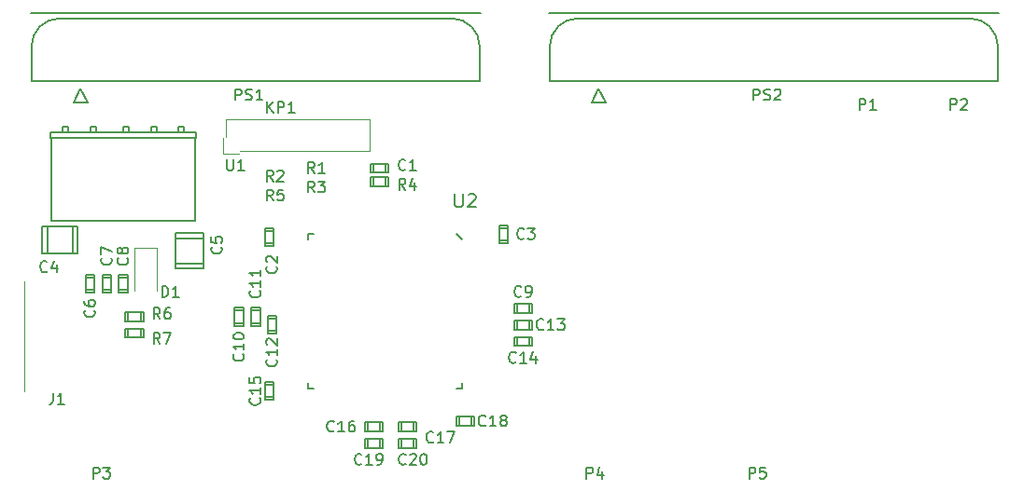
<source format=gto>
G04 #@! TF.GenerationSoftware,KiCad,Pcbnew,(5.0.2)-1*
G04 #@! TF.CreationDate,2019-04-13T07:43:48-04:00*
G04 #@! TF.ProjectId,Console,436f6e73-6f6c-4652-9e6b-696361645f70,rev?*
G04 #@! TF.SameCoordinates,Original*
G04 #@! TF.FileFunction,Legend,Top*
G04 #@! TF.FilePolarity,Positive*
%FSLAX46Y46*%
G04 Gerber Fmt 4.6, Leading zero omitted, Abs format (unit mm)*
G04 Created by KiCad (PCBNEW (5.0.2)-1) date 4/13/2019 7:43:48 AM*
%MOMM*%
%LPD*%
G01*
G04 APERTURE LIST*
%ADD10C,0.150000*%
%ADD11C,0.127000*%
%ADD12C,0.120000*%
%ADD13C,0.050000*%
%ADD14C,0.149860*%
G04 APERTURE END LIST*
D10*
G04 #@! TO.C,PS1*
X141320000Y-104175000D02*
X141320000Y-107350000D01*
X141320000Y-107350000D02*
X100680000Y-107350000D01*
X100680000Y-107350000D02*
X100680000Y-104175000D01*
X103220000Y-101635000D02*
X138780000Y-101635000D01*
X103220000Y-101635000D02*
G75*
G03X100680000Y-104175000I0J-2540000D01*
G01*
X141320000Y-104175000D02*
G75*
G03X138780000Y-101635000I-2540000J0D01*
G01*
X105125000Y-107985000D02*
X104490000Y-109255000D01*
X104490000Y-109255000D02*
X105760000Y-109255000D01*
X105760000Y-109255000D02*
X105125000Y-107985000D01*
X141400000Y-101127000D02*
X100600000Y-101127000D01*
D11*
G04 #@! TO.C,C18*
X139441200Y-137843600D02*
X139441200Y-138656400D01*
X140558800Y-138631000D02*
X140558800Y-137843600D01*
X140812800Y-138656400D02*
X139187200Y-138656400D01*
X139187200Y-138656400D02*
X139187200Y-137843600D01*
X139187200Y-137843600D02*
X140812800Y-137843600D01*
X140812800Y-137843600D02*
X140812800Y-138656400D01*
G04 #@! TO.C,C2*
X121843600Y-122058800D02*
X122656400Y-122058800D01*
X122631000Y-120941200D02*
X121843600Y-120941200D01*
X122656400Y-120687200D02*
X122656400Y-122312800D01*
X122656400Y-122312800D02*
X121843600Y-122312800D01*
X121843600Y-122312800D02*
X121843600Y-120687200D01*
X121843600Y-120687200D02*
X122656400Y-120687200D01*
G04 #@! TO.C,C3*
X143093600Y-121808800D02*
X143906400Y-121808800D01*
X143881000Y-120691200D02*
X143093600Y-120691200D01*
X143906400Y-120437200D02*
X143906400Y-122062800D01*
X143906400Y-122062800D02*
X143093600Y-122062800D01*
X143093600Y-122062800D02*
X143093600Y-120437200D01*
X143093600Y-120437200D02*
X143906400Y-120437200D01*
G04 #@! TO.C,C15*
X122656400Y-134941200D02*
X121843600Y-134941200D01*
X121869000Y-136058800D02*
X122656400Y-136058800D01*
X121843600Y-136312800D02*
X121843600Y-134687200D01*
X121843600Y-134687200D02*
X122656400Y-134687200D01*
X122656400Y-134687200D02*
X122656400Y-136312800D01*
X122656400Y-136312800D02*
X121843600Y-136312800D01*
G04 #@! TO.C,C13*
X144691200Y-129093600D02*
X144691200Y-129906400D01*
X145808800Y-129881000D02*
X145808800Y-129093600D01*
X146062800Y-129906400D02*
X144437200Y-129906400D01*
X144437200Y-129906400D02*
X144437200Y-129093600D01*
X144437200Y-129093600D02*
X146062800Y-129093600D01*
X146062800Y-129093600D02*
X146062800Y-129906400D01*
G04 #@! TO.C,C14*
X144691200Y-130593600D02*
X144691200Y-131406400D01*
X145808800Y-131381000D02*
X145808800Y-130593600D01*
X146062800Y-131406400D02*
X144437200Y-131406400D01*
X144437200Y-131406400D02*
X144437200Y-130593600D01*
X144437200Y-130593600D02*
X146062800Y-130593600D01*
X146062800Y-130593600D02*
X146062800Y-131406400D01*
G04 #@! TO.C,C4*
X101649800Y-120505400D02*
X101649800Y-122994600D01*
X104850200Y-122994600D02*
X104850200Y-120505400D01*
X104393000Y-120505400D02*
X104393000Y-122994600D01*
X102107000Y-122994600D02*
X102107000Y-120505400D01*
X101649800Y-122994600D02*
X104850200Y-122994600D01*
X104850200Y-120505400D02*
X101649800Y-120505400D01*
G04 #@! TO.C,C12*
X122906400Y-128941200D02*
X122093600Y-128941200D01*
X122119000Y-130058800D02*
X122906400Y-130058800D01*
X122093600Y-130312800D02*
X122093600Y-128687200D01*
X122093600Y-128687200D02*
X122906400Y-128687200D01*
X122906400Y-128687200D02*
X122906400Y-130312800D01*
X122906400Y-130312800D02*
X122093600Y-130312800D01*
G04 #@! TO.C,C1*
X131691200Y-114843600D02*
X131691200Y-115656400D01*
X132808800Y-115631000D02*
X132808800Y-114843600D01*
X133062800Y-115656400D02*
X131437200Y-115656400D01*
X131437200Y-115656400D02*
X131437200Y-114843600D01*
X131437200Y-114843600D02*
X133062800Y-114843600D01*
X133062800Y-114843600D02*
X133062800Y-115656400D01*
G04 #@! TO.C,C5*
X113755400Y-124350200D02*
X116244600Y-124350200D01*
X116244600Y-121149800D02*
X113755400Y-121149800D01*
X113755400Y-121607000D02*
X116244600Y-121607000D01*
X116244600Y-123893000D02*
X113755400Y-123893000D01*
X116244600Y-124350200D02*
X116244600Y-121149800D01*
X113755400Y-121149800D02*
X113755400Y-124350200D01*
G04 #@! TO.C,C16*
X132308800Y-139156400D02*
X132308800Y-138343600D01*
X131191200Y-138369000D02*
X131191200Y-139156400D01*
X130937200Y-138343600D02*
X132562800Y-138343600D01*
X132562800Y-138343600D02*
X132562800Y-139156400D01*
X132562800Y-139156400D02*
X130937200Y-139156400D01*
X130937200Y-139156400D02*
X130937200Y-138343600D01*
G04 #@! TO.C,C19*
X132308800Y-140656400D02*
X132308800Y-139843600D01*
X131191200Y-139869000D02*
X131191200Y-140656400D01*
X130937200Y-139843600D02*
X132562800Y-139843600D01*
X132562800Y-139843600D02*
X132562800Y-140656400D01*
X132562800Y-140656400D02*
X130937200Y-140656400D01*
X130937200Y-140656400D02*
X130937200Y-139843600D01*
G04 #@! TO.C,C20*
X134191200Y-139843600D02*
X134191200Y-140656400D01*
X135308800Y-140631000D02*
X135308800Y-139843600D01*
X135562800Y-140656400D02*
X133937200Y-140656400D01*
X133937200Y-140656400D02*
X133937200Y-139843600D01*
X133937200Y-139843600D02*
X135562800Y-139843600D01*
X135562800Y-139843600D02*
X135562800Y-140656400D01*
G04 #@! TO.C,C17*
X134191200Y-138343600D02*
X134191200Y-139156400D01*
X135308800Y-139131000D02*
X135308800Y-138343600D01*
X135562800Y-139156400D02*
X133937200Y-139156400D01*
X133937200Y-139156400D02*
X133937200Y-138343600D01*
X133937200Y-138343600D02*
X135562800Y-138343600D01*
X135562800Y-138343600D02*
X135562800Y-139156400D01*
G04 #@! TO.C,C11*
X121406400Y-128191200D02*
X120593600Y-128191200D01*
X120619000Y-129308800D02*
X121406400Y-129308800D01*
X120593600Y-129562800D02*
X120593600Y-127937200D01*
X120593600Y-127937200D02*
X121406400Y-127937200D01*
X121406400Y-127937200D02*
X121406400Y-129562800D01*
X121406400Y-129562800D02*
X120593600Y-129562800D01*
G04 #@! TO.C,C10*
X119906400Y-128191200D02*
X119093600Y-128191200D01*
X119119000Y-129308800D02*
X119906400Y-129308800D01*
X119093600Y-129562800D02*
X119093600Y-127937200D01*
X119093600Y-127937200D02*
X119906400Y-127937200D01*
X119906400Y-127937200D02*
X119906400Y-129562800D01*
X119906400Y-129562800D02*
X119093600Y-129562800D01*
G04 #@! TO.C,C9*
X144691200Y-127593600D02*
X144691200Y-128406400D01*
X145808800Y-128381000D02*
X145808800Y-127593600D01*
X146062800Y-128406400D02*
X144437200Y-128406400D01*
X144437200Y-128406400D02*
X144437200Y-127593600D01*
X144437200Y-127593600D02*
X146062800Y-127593600D01*
X146062800Y-127593600D02*
X146062800Y-128406400D01*
G04 #@! TO.C,C7*
X107093600Y-126308800D02*
X107906400Y-126308800D01*
X107881000Y-125191200D02*
X107093600Y-125191200D01*
X107906400Y-124937200D02*
X107906400Y-126562800D01*
X107906400Y-126562800D02*
X107093600Y-126562800D01*
X107093600Y-126562800D02*
X107093600Y-124937200D01*
X107093600Y-124937200D02*
X107906400Y-124937200D01*
G04 #@! TO.C,C8*
X108593600Y-126308800D02*
X109406400Y-126308800D01*
X109381000Y-125191200D02*
X108593600Y-125191200D01*
X109406400Y-124937200D02*
X109406400Y-126562800D01*
X109406400Y-126562800D02*
X108593600Y-126562800D01*
X108593600Y-126562800D02*
X108593600Y-124937200D01*
X108593600Y-124937200D02*
X109406400Y-124937200D01*
G04 #@! TO.C,C6*
X105593600Y-126308800D02*
X106406400Y-126308800D01*
X106381000Y-125191200D02*
X105593600Y-125191200D01*
X106406400Y-124937200D02*
X106406400Y-126562800D01*
X106406400Y-126562800D02*
X105593600Y-126562800D01*
X105593600Y-126562800D02*
X105593600Y-124937200D01*
X105593600Y-124937200D02*
X106406400Y-124937200D01*
D12*
G04 #@! TO.C,D1*
X112000000Y-122500000D02*
X110000000Y-122500000D01*
X110000000Y-122500000D02*
X110000000Y-126400000D01*
X112000000Y-122500000D02*
X112000000Y-126400000D01*
D13*
G04 #@! TO.C,J1*
X100050000Y-125500000D02*
X100050000Y-135500000D01*
D12*
G04 #@! TO.C,KP1*
X118330000Y-112420000D02*
X118330000Y-110830000D01*
X118330000Y-110830000D02*
X131330000Y-110830000D01*
X131330000Y-110830000D02*
X131330000Y-113670000D01*
X131330000Y-113670000D02*
X119580000Y-113670000D01*
X118080000Y-112520000D02*
X118080000Y-113920000D01*
X118080000Y-113920000D02*
X119480000Y-113920000D01*
D11*
G04 #@! TO.C,R4*
X132808800Y-116906400D02*
X132808800Y-116093600D01*
X131691200Y-116119000D02*
X131691200Y-116906400D01*
X131437200Y-116093600D02*
X133062800Y-116093600D01*
X133062800Y-116093600D02*
X133062800Y-116906400D01*
X133062800Y-116906400D02*
X131437200Y-116906400D01*
X131437200Y-116906400D02*
X131437200Y-116093600D01*
G04 #@! TO.C,R7*
X109441200Y-129843600D02*
X109441200Y-130656400D01*
X110558800Y-130631000D02*
X110558800Y-129843600D01*
X110812800Y-130656400D02*
X109187200Y-130656400D01*
X109187200Y-130656400D02*
X109187200Y-129843600D01*
X109187200Y-129843600D02*
X110812800Y-129843600D01*
X110812800Y-129843600D02*
X110812800Y-130656400D01*
G04 #@! TO.C,R6*
X109441200Y-128343600D02*
X109441200Y-129156400D01*
X110558800Y-129131000D02*
X110558800Y-128343600D01*
X110812800Y-129156400D02*
X109187200Y-129156400D01*
X109187200Y-129156400D02*
X109187200Y-128343600D01*
X109187200Y-128343600D02*
X110812800Y-128343600D01*
X110812800Y-128343600D02*
X110812800Y-129156400D01*
D10*
G04 #@! TO.C,U2*
X139250000Y-121250000D02*
X139750000Y-121750000D01*
X139750000Y-134750000D02*
X139750000Y-135250000D01*
X139750000Y-135250000D02*
X139250000Y-135250000D01*
X125750000Y-121750000D02*
X125750000Y-121250000D01*
X125750000Y-121250000D02*
X126250000Y-121250000D01*
X125750000Y-134750000D02*
X125750000Y-135250000D01*
X125750000Y-135250000D02*
X126250000Y-135250000D01*
G04 #@! TO.C,PS2*
X188320000Y-104175000D02*
X188320000Y-107350000D01*
X188320000Y-107350000D02*
X147680000Y-107350000D01*
X147680000Y-107350000D02*
X147680000Y-104175000D01*
X150220000Y-101635000D02*
X185780000Y-101635000D01*
X150220000Y-101635000D02*
G75*
G03X147680000Y-104175000I0J-2540000D01*
G01*
X188320000Y-104175000D02*
G75*
G03X185780000Y-101635000I-2540000J0D01*
G01*
X152125000Y-107985000D02*
X151490000Y-109255000D01*
X151490000Y-109255000D02*
X152760000Y-109255000D01*
X152760000Y-109255000D02*
X152125000Y-107985000D01*
X188400000Y-101127000D02*
X147600000Y-101127000D01*
G04 #@! TO.C,U1*
X115604000Y-112500000D02*
X115604000Y-112000000D01*
X115604000Y-112000000D02*
X102396000Y-112000000D01*
X102396000Y-112000000D02*
X102396000Y-112500000D01*
X102396000Y-112500000D02*
X115604000Y-112500000D01*
X114500000Y-112000000D02*
X114500000Y-111500000D01*
X114500000Y-111500000D02*
X114000000Y-111500000D01*
X114000000Y-111500000D02*
X114000000Y-112000000D01*
X112000000Y-112000000D02*
X112000000Y-111500000D01*
X112000000Y-111500000D02*
X111500000Y-111500000D01*
X111500000Y-111500000D02*
X111500000Y-112000000D01*
X109500000Y-112000000D02*
X109500000Y-111500000D01*
X109500000Y-111500000D02*
X109000000Y-111500000D01*
X109000000Y-111500000D02*
X109000000Y-112000000D01*
X106500000Y-112000000D02*
X106500000Y-111500000D01*
X106500000Y-111500000D02*
X106000000Y-111500000D01*
X106000000Y-111500000D02*
X106000000Y-112000000D01*
X104000000Y-112000000D02*
X104000000Y-111500000D01*
X104000000Y-111500000D02*
X103500000Y-111500000D01*
X103500000Y-111500000D02*
X103500000Y-112000000D01*
X102500000Y-112500000D02*
X102500000Y-120000000D01*
X102500000Y-120000000D02*
X115500000Y-120000000D01*
X115500000Y-120000000D02*
X115500000Y-112500000D01*
G04 #@! TO.C,P2*
D14*
X184011343Y-109952724D02*
X184011343Y-108951964D01*
X184392585Y-108951964D01*
X184487896Y-108999620D01*
X184535551Y-109047275D01*
X184583206Y-109142585D01*
X184583206Y-109285551D01*
X184535551Y-109380861D01*
X184487896Y-109428517D01*
X184392585Y-109476172D01*
X184011343Y-109476172D01*
X184964448Y-109047275D02*
X185012103Y-108999620D01*
X185107414Y-108951964D01*
X185345690Y-108951964D01*
X185441000Y-108999620D01*
X185488656Y-109047275D01*
X185536311Y-109142585D01*
X185536311Y-109237896D01*
X185488656Y-109380861D01*
X184916793Y-109952724D01*
X185536311Y-109952724D01*
G04 #@! TO.C,P1*
X175761343Y-109952724D02*
X175761343Y-108951964D01*
X176142585Y-108951964D01*
X176237896Y-108999620D01*
X176285551Y-109047275D01*
X176333206Y-109142585D01*
X176333206Y-109285551D01*
X176285551Y-109380861D01*
X176237896Y-109428517D01*
X176142585Y-109476172D01*
X175761343Y-109476172D01*
X177286311Y-109952724D02*
X176714448Y-109952724D01*
X177000380Y-109952724D02*
X177000380Y-108951964D01*
X176905069Y-109094930D01*
X176809759Y-109190240D01*
X176714448Y-109237896D01*
G04 #@! TO.C,PS1*
D10*
X119150714Y-109072380D02*
X119150714Y-108072380D01*
X119531666Y-108072380D01*
X119626904Y-108120000D01*
X119674523Y-108167619D01*
X119722142Y-108262857D01*
X119722142Y-108405714D01*
X119674523Y-108500952D01*
X119626904Y-108548571D01*
X119531666Y-108596190D01*
X119150714Y-108596190D01*
X120103095Y-109024761D02*
X120245952Y-109072380D01*
X120484047Y-109072380D01*
X120579285Y-109024761D01*
X120626904Y-108977142D01*
X120674523Y-108881904D01*
X120674523Y-108786666D01*
X120626904Y-108691428D01*
X120579285Y-108643809D01*
X120484047Y-108596190D01*
X120293571Y-108548571D01*
X120198333Y-108500952D01*
X120150714Y-108453333D01*
X120103095Y-108358095D01*
X120103095Y-108262857D01*
X120150714Y-108167619D01*
X120198333Y-108120000D01*
X120293571Y-108072380D01*
X120531666Y-108072380D01*
X120674523Y-108120000D01*
X121626904Y-109072380D02*
X121055476Y-109072380D01*
X121341190Y-109072380D02*
X121341190Y-108072380D01*
X121245952Y-108215238D01*
X121150714Y-108310476D01*
X121055476Y-108358095D01*
G04 #@! TO.C,C18*
X141857142Y-138607142D02*
X141809523Y-138654761D01*
X141666666Y-138702380D01*
X141571428Y-138702380D01*
X141428571Y-138654761D01*
X141333333Y-138559523D01*
X141285714Y-138464285D01*
X141238095Y-138273809D01*
X141238095Y-138130952D01*
X141285714Y-137940476D01*
X141333333Y-137845238D01*
X141428571Y-137750000D01*
X141571428Y-137702380D01*
X141666666Y-137702380D01*
X141809523Y-137750000D01*
X141857142Y-137797619D01*
X142809523Y-138702380D02*
X142238095Y-138702380D01*
X142523809Y-138702380D02*
X142523809Y-137702380D01*
X142428571Y-137845238D01*
X142333333Y-137940476D01*
X142238095Y-137988095D01*
X143380952Y-138130952D02*
X143285714Y-138083333D01*
X143238095Y-138035714D01*
X143190476Y-137940476D01*
X143190476Y-137892857D01*
X143238095Y-137797619D01*
X143285714Y-137750000D01*
X143380952Y-137702380D01*
X143571428Y-137702380D01*
X143666666Y-137750000D01*
X143714285Y-137797619D01*
X143761904Y-137892857D01*
X143761904Y-137940476D01*
X143714285Y-138035714D01*
X143666666Y-138083333D01*
X143571428Y-138130952D01*
X143380952Y-138130952D01*
X143285714Y-138178571D01*
X143238095Y-138226190D01*
X143190476Y-138321428D01*
X143190476Y-138511904D01*
X143238095Y-138607142D01*
X143285714Y-138654761D01*
X143380952Y-138702380D01*
X143571428Y-138702380D01*
X143666666Y-138654761D01*
X143714285Y-138607142D01*
X143761904Y-138511904D01*
X143761904Y-138321428D01*
X143714285Y-138226190D01*
X143666666Y-138178571D01*
X143571428Y-138130952D01*
G04 #@! TO.C,C2*
X122857142Y-124166666D02*
X122904761Y-124214285D01*
X122952380Y-124357142D01*
X122952380Y-124452380D01*
X122904761Y-124595238D01*
X122809523Y-124690476D01*
X122714285Y-124738095D01*
X122523809Y-124785714D01*
X122380952Y-124785714D01*
X122190476Y-124738095D01*
X122095238Y-124690476D01*
X122000000Y-124595238D01*
X121952380Y-124452380D01*
X121952380Y-124357142D01*
X122000000Y-124214285D01*
X122047619Y-124166666D01*
X122047619Y-123785714D02*
X122000000Y-123738095D01*
X121952380Y-123642857D01*
X121952380Y-123404761D01*
X122000000Y-123309523D01*
X122047619Y-123261904D01*
X122142857Y-123214285D01*
X122238095Y-123214285D01*
X122380952Y-123261904D01*
X122952380Y-123833333D01*
X122952380Y-123214285D01*
G04 #@! TO.C,C3*
X145333333Y-121607142D02*
X145285714Y-121654761D01*
X145142857Y-121702380D01*
X145047619Y-121702380D01*
X144904761Y-121654761D01*
X144809523Y-121559523D01*
X144761904Y-121464285D01*
X144714285Y-121273809D01*
X144714285Y-121130952D01*
X144761904Y-120940476D01*
X144809523Y-120845238D01*
X144904761Y-120750000D01*
X145047619Y-120702380D01*
X145142857Y-120702380D01*
X145285714Y-120750000D01*
X145333333Y-120797619D01*
X145666666Y-120702380D02*
X146285714Y-120702380D01*
X145952380Y-121083333D01*
X146095238Y-121083333D01*
X146190476Y-121130952D01*
X146238095Y-121178571D01*
X146285714Y-121273809D01*
X146285714Y-121511904D01*
X146238095Y-121607142D01*
X146190476Y-121654761D01*
X146095238Y-121702380D01*
X145809523Y-121702380D01*
X145714285Y-121654761D01*
X145666666Y-121607142D01*
G04 #@! TO.C,C15*
X121357142Y-136142857D02*
X121404761Y-136190476D01*
X121452380Y-136333333D01*
X121452380Y-136428571D01*
X121404761Y-136571428D01*
X121309523Y-136666666D01*
X121214285Y-136714285D01*
X121023809Y-136761904D01*
X120880952Y-136761904D01*
X120690476Y-136714285D01*
X120595238Y-136666666D01*
X120500000Y-136571428D01*
X120452380Y-136428571D01*
X120452380Y-136333333D01*
X120500000Y-136190476D01*
X120547619Y-136142857D01*
X121452380Y-135190476D02*
X121452380Y-135761904D01*
X121452380Y-135476190D02*
X120452380Y-135476190D01*
X120595238Y-135571428D01*
X120690476Y-135666666D01*
X120738095Y-135761904D01*
X120452380Y-134285714D02*
X120452380Y-134761904D01*
X120928571Y-134809523D01*
X120880952Y-134761904D01*
X120833333Y-134666666D01*
X120833333Y-134428571D01*
X120880952Y-134333333D01*
X120928571Y-134285714D01*
X121023809Y-134238095D01*
X121261904Y-134238095D01*
X121357142Y-134285714D01*
X121404761Y-134333333D01*
X121452380Y-134428571D01*
X121452380Y-134666666D01*
X121404761Y-134761904D01*
X121357142Y-134809523D01*
G04 #@! TO.C,C13*
X147107142Y-129857142D02*
X147059523Y-129904761D01*
X146916666Y-129952380D01*
X146821428Y-129952380D01*
X146678571Y-129904761D01*
X146583333Y-129809523D01*
X146535714Y-129714285D01*
X146488095Y-129523809D01*
X146488095Y-129380952D01*
X146535714Y-129190476D01*
X146583333Y-129095238D01*
X146678571Y-129000000D01*
X146821428Y-128952380D01*
X146916666Y-128952380D01*
X147059523Y-129000000D01*
X147107142Y-129047619D01*
X148059523Y-129952380D02*
X147488095Y-129952380D01*
X147773809Y-129952380D02*
X147773809Y-128952380D01*
X147678571Y-129095238D01*
X147583333Y-129190476D01*
X147488095Y-129238095D01*
X148392857Y-128952380D02*
X149011904Y-128952380D01*
X148678571Y-129333333D01*
X148821428Y-129333333D01*
X148916666Y-129380952D01*
X148964285Y-129428571D01*
X149011904Y-129523809D01*
X149011904Y-129761904D01*
X148964285Y-129857142D01*
X148916666Y-129904761D01*
X148821428Y-129952380D01*
X148535714Y-129952380D01*
X148440476Y-129904761D01*
X148392857Y-129857142D01*
G04 #@! TO.C,C14*
X144607142Y-132857142D02*
X144559523Y-132904761D01*
X144416666Y-132952380D01*
X144321428Y-132952380D01*
X144178571Y-132904761D01*
X144083333Y-132809523D01*
X144035714Y-132714285D01*
X143988095Y-132523809D01*
X143988095Y-132380952D01*
X144035714Y-132190476D01*
X144083333Y-132095238D01*
X144178571Y-132000000D01*
X144321428Y-131952380D01*
X144416666Y-131952380D01*
X144559523Y-132000000D01*
X144607142Y-132047619D01*
X145559523Y-132952380D02*
X144988095Y-132952380D01*
X145273809Y-132952380D02*
X145273809Y-131952380D01*
X145178571Y-132095238D01*
X145083333Y-132190476D01*
X144988095Y-132238095D01*
X146416666Y-132285714D02*
X146416666Y-132952380D01*
X146178571Y-131904761D02*
X145940476Y-132619047D01*
X146559523Y-132619047D01*
G04 #@! TO.C,C4*
X102083333Y-124607142D02*
X102035714Y-124654761D01*
X101892857Y-124702380D01*
X101797619Y-124702380D01*
X101654761Y-124654761D01*
X101559523Y-124559523D01*
X101511904Y-124464285D01*
X101464285Y-124273809D01*
X101464285Y-124130952D01*
X101511904Y-123940476D01*
X101559523Y-123845238D01*
X101654761Y-123750000D01*
X101797619Y-123702380D01*
X101892857Y-123702380D01*
X102035714Y-123750000D01*
X102083333Y-123797619D01*
X102940476Y-124035714D02*
X102940476Y-124702380D01*
X102702380Y-123654761D02*
X102464285Y-124369047D01*
X103083333Y-124369047D01*
G04 #@! TO.C,C12*
X122857142Y-132642857D02*
X122904761Y-132690476D01*
X122952380Y-132833333D01*
X122952380Y-132928571D01*
X122904761Y-133071428D01*
X122809523Y-133166666D01*
X122714285Y-133214285D01*
X122523809Y-133261904D01*
X122380952Y-133261904D01*
X122190476Y-133214285D01*
X122095238Y-133166666D01*
X122000000Y-133071428D01*
X121952380Y-132928571D01*
X121952380Y-132833333D01*
X122000000Y-132690476D01*
X122047619Y-132642857D01*
X122952380Y-131690476D02*
X122952380Y-132261904D01*
X122952380Y-131976190D02*
X121952380Y-131976190D01*
X122095238Y-132071428D01*
X122190476Y-132166666D01*
X122238095Y-132261904D01*
X122047619Y-131309523D02*
X122000000Y-131261904D01*
X121952380Y-131166666D01*
X121952380Y-130928571D01*
X122000000Y-130833333D01*
X122047619Y-130785714D01*
X122142857Y-130738095D01*
X122238095Y-130738095D01*
X122380952Y-130785714D01*
X122952380Y-131357142D01*
X122952380Y-130738095D01*
G04 #@! TO.C,C1*
X134583333Y-115357142D02*
X134535714Y-115404761D01*
X134392857Y-115452380D01*
X134297619Y-115452380D01*
X134154761Y-115404761D01*
X134059523Y-115309523D01*
X134011904Y-115214285D01*
X133964285Y-115023809D01*
X133964285Y-114880952D01*
X134011904Y-114690476D01*
X134059523Y-114595238D01*
X134154761Y-114500000D01*
X134297619Y-114452380D01*
X134392857Y-114452380D01*
X134535714Y-114500000D01*
X134583333Y-114547619D01*
X135535714Y-115452380D02*
X134964285Y-115452380D01*
X135250000Y-115452380D02*
X135250000Y-114452380D01*
X135154761Y-114595238D01*
X135059523Y-114690476D01*
X134964285Y-114738095D01*
G04 #@! TO.C,C5*
X117857142Y-122416666D02*
X117904761Y-122464285D01*
X117952380Y-122607142D01*
X117952380Y-122702380D01*
X117904761Y-122845238D01*
X117809523Y-122940476D01*
X117714285Y-122988095D01*
X117523809Y-123035714D01*
X117380952Y-123035714D01*
X117190476Y-122988095D01*
X117095238Y-122940476D01*
X117000000Y-122845238D01*
X116952380Y-122702380D01*
X116952380Y-122607142D01*
X117000000Y-122464285D01*
X117047619Y-122416666D01*
X116952380Y-121511904D02*
X116952380Y-121988095D01*
X117428571Y-122035714D01*
X117380952Y-121988095D01*
X117333333Y-121892857D01*
X117333333Y-121654761D01*
X117380952Y-121559523D01*
X117428571Y-121511904D01*
X117523809Y-121464285D01*
X117761904Y-121464285D01*
X117857142Y-121511904D01*
X117904761Y-121559523D01*
X117952380Y-121654761D01*
X117952380Y-121892857D01*
X117904761Y-121988095D01*
X117857142Y-122035714D01*
G04 #@! TO.C,C16*
X128107142Y-139107142D02*
X128059523Y-139154761D01*
X127916666Y-139202380D01*
X127821428Y-139202380D01*
X127678571Y-139154761D01*
X127583333Y-139059523D01*
X127535714Y-138964285D01*
X127488095Y-138773809D01*
X127488095Y-138630952D01*
X127535714Y-138440476D01*
X127583333Y-138345238D01*
X127678571Y-138250000D01*
X127821428Y-138202380D01*
X127916666Y-138202380D01*
X128059523Y-138250000D01*
X128107142Y-138297619D01*
X129059523Y-139202380D02*
X128488095Y-139202380D01*
X128773809Y-139202380D02*
X128773809Y-138202380D01*
X128678571Y-138345238D01*
X128583333Y-138440476D01*
X128488095Y-138488095D01*
X129916666Y-138202380D02*
X129726190Y-138202380D01*
X129630952Y-138250000D01*
X129583333Y-138297619D01*
X129488095Y-138440476D01*
X129440476Y-138630952D01*
X129440476Y-139011904D01*
X129488095Y-139107142D01*
X129535714Y-139154761D01*
X129630952Y-139202380D01*
X129821428Y-139202380D01*
X129916666Y-139154761D01*
X129964285Y-139107142D01*
X130011904Y-139011904D01*
X130011904Y-138773809D01*
X129964285Y-138678571D01*
X129916666Y-138630952D01*
X129821428Y-138583333D01*
X129630952Y-138583333D01*
X129535714Y-138630952D01*
X129488095Y-138678571D01*
X129440476Y-138773809D01*
G04 #@! TO.C,C19*
X130607142Y-142107142D02*
X130559523Y-142154761D01*
X130416666Y-142202380D01*
X130321428Y-142202380D01*
X130178571Y-142154761D01*
X130083333Y-142059523D01*
X130035714Y-141964285D01*
X129988095Y-141773809D01*
X129988095Y-141630952D01*
X130035714Y-141440476D01*
X130083333Y-141345238D01*
X130178571Y-141250000D01*
X130321428Y-141202380D01*
X130416666Y-141202380D01*
X130559523Y-141250000D01*
X130607142Y-141297619D01*
X131559523Y-142202380D02*
X130988095Y-142202380D01*
X131273809Y-142202380D02*
X131273809Y-141202380D01*
X131178571Y-141345238D01*
X131083333Y-141440476D01*
X130988095Y-141488095D01*
X132035714Y-142202380D02*
X132226190Y-142202380D01*
X132321428Y-142154761D01*
X132369047Y-142107142D01*
X132464285Y-141964285D01*
X132511904Y-141773809D01*
X132511904Y-141392857D01*
X132464285Y-141297619D01*
X132416666Y-141250000D01*
X132321428Y-141202380D01*
X132130952Y-141202380D01*
X132035714Y-141250000D01*
X131988095Y-141297619D01*
X131940476Y-141392857D01*
X131940476Y-141630952D01*
X131988095Y-141726190D01*
X132035714Y-141773809D01*
X132130952Y-141821428D01*
X132321428Y-141821428D01*
X132416666Y-141773809D01*
X132464285Y-141726190D01*
X132511904Y-141630952D01*
G04 #@! TO.C,C20*
X134607142Y-142107142D02*
X134559523Y-142154761D01*
X134416666Y-142202380D01*
X134321428Y-142202380D01*
X134178571Y-142154761D01*
X134083333Y-142059523D01*
X134035714Y-141964285D01*
X133988095Y-141773809D01*
X133988095Y-141630952D01*
X134035714Y-141440476D01*
X134083333Y-141345238D01*
X134178571Y-141250000D01*
X134321428Y-141202380D01*
X134416666Y-141202380D01*
X134559523Y-141250000D01*
X134607142Y-141297619D01*
X134988095Y-141297619D02*
X135035714Y-141250000D01*
X135130952Y-141202380D01*
X135369047Y-141202380D01*
X135464285Y-141250000D01*
X135511904Y-141297619D01*
X135559523Y-141392857D01*
X135559523Y-141488095D01*
X135511904Y-141630952D01*
X134940476Y-142202380D01*
X135559523Y-142202380D01*
X136178571Y-141202380D02*
X136273809Y-141202380D01*
X136369047Y-141250000D01*
X136416666Y-141297619D01*
X136464285Y-141392857D01*
X136511904Y-141583333D01*
X136511904Y-141821428D01*
X136464285Y-142011904D01*
X136416666Y-142107142D01*
X136369047Y-142154761D01*
X136273809Y-142202380D01*
X136178571Y-142202380D01*
X136083333Y-142154761D01*
X136035714Y-142107142D01*
X135988095Y-142011904D01*
X135940476Y-141821428D01*
X135940476Y-141583333D01*
X135988095Y-141392857D01*
X136035714Y-141297619D01*
X136083333Y-141250000D01*
X136178571Y-141202380D01*
G04 #@! TO.C,C17*
X137107142Y-140107142D02*
X137059523Y-140154761D01*
X136916666Y-140202380D01*
X136821428Y-140202380D01*
X136678571Y-140154761D01*
X136583333Y-140059523D01*
X136535714Y-139964285D01*
X136488095Y-139773809D01*
X136488095Y-139630952D01*
X136535714Y-139440476D01*
X136583333Y-139345238D01*
X136678571Y-139250000D01*
X136821428Y-139202380D01*
X136916666Y-139202380D01*
X137059523Y-139250000D01*
X137107142Y-139297619D01*
X138059523Y-140202380D02*
X137488095Y-140202380D01*
X137773809Y-140202380D02*
X137773809Y-139202380D01*
X137678571Y-139345238D01*
X137583333Y-139440476D01*
X137488095Y-139488095D01*
X138392857Y-139202380D02*
X139059523Y-139202380D01*
X138630952Y-140202380D01*
G04 #@! TO.C,C11*
X121357142Y-126392857D02*
X121404761Y-126440476D01*
X121452380Y-126583333D01*
X121452380Y-126678571D01*
X121404761Y-126821428D01*
X121309523Y-126916666D01*
X121214285Y-126964285D01*
X121023809Y-127011904D01*
X120880952Y-127011904D01*
X120690476Y-126964285D01*
X120595238Y-126916666D01*
X120500000Y-126821428D01*
X120452380Y-126678571D01*
X120452380Y-126583333D01*
X120500000Y-126440476D01*
X120547619Y-126392857D01*
X121452380Y-125440476D02*
X121452380Y-126011904D01*
X121452380Y-125726190D02*
X120452380Y-125726190D01*
X120595238Y-125821428D01*
X120690476Y-125916666D01*
X120738095Y-126011904D01*
X121452380Y-124488095D02*
X121452380Y-125059523D01*
X121452380Y-124773809D02*
X120452380Y-124773809D01*
X120595238Y-124869047D01*
X120690476Y-124964285D01*
X120738095Y-125059523D01*
G04 #@! TO.C,C10*
X119857142Y-132142857D02*
X119904761Y-132190476D01*
X119952380Y-132333333D01*
X119952380Y-132428571D01*
X119904761Y-132571428D01*
X119809523Y-132666666D01*
X119714285Y-132714285D01*
X119523809Y-132761904D01*
X119380952Y-132761904D01*
X119190476Y-132714285D01*
X119095238Y-132666666D01*
X119000000Y-132571428D01*
X118952380Y-132428571D01*
X118952380Y-132333333D01*
X119000000Y-132190476D01*
X119047619Y-132142857D01*
X119952380Y-131190476D02*
X119952380Y-131761904D01*
X119952380Y-131476190D02*
X118952380Y-131476190D01*
X119095238Y-131571428D01*
X119190476Y-131666666D01*
X119238095Y-131761904D01*
X118952380Y-130571428D02*
X118952380Y-130476190D01*
X119000000Y-130380952D01*
X119047619Y-130333333D01*
X119142857Y-130285714D01*
X119333333Y-130238095D01*
X119571428Y-130238095D01*
X119761904Y-130285714D01*
X119857142Y-130333333D01*
X119904761Y-130380952D01*
X119952380Y-130476190D01*
X119952380Y-130571428D01*
X119904761Y-130666666D01*
X119857142Y-130714285D01*
X119761904Y-130761904D01*
X119571428Y-130809523D01*
X119333333Y-130809523D01*
X119142857Y-130761904D01*
X119047619Y-130714285D01*
X119000000Y-130666666D01*
X118952380Y-130571428D01*
G04 #@! TO.C,C9*
X145083333Y-126857142D02*
X145035714Y-126904761D01*
X144892857Y-126952380D01*
X144797619Y-126952380D01*
X144654761Y-126904761D01*
X144559523Y-126809523D01*
X144511904Y-126714285D01*
X144464285Y-126523809D01*
X144464285Y-126380952D01*
X144511904Y-126190476D01*
X144559523Y-126095238D01*
X144654761Y-126000000D01*
X144797619Y-125952380D01*
X144892857Y-125952380D01*
X145035714Y-126000000D01*
X145083333Y-126047619D01*
X145559523Y-126952380D02*
X145750000Y-126952380D01*
X145845238Y-126904761D01*
X145892857Y-126857142D01*
X145988095Y-126714285D01*
X146035714Y-126523809D01*
X146035714Y-126142857D01*
X145988095Y-126047619D01*
X145940476Y-126000000D01*
X145845238Y-125952380D01*
X145654761Y-125952380D01*
X145559523Y-126000000D01*
X145511904Y-126047619D01*
X145464285Y-126142857D01*
X145464285Y-126380952D01*
X145511904Y-126476190D01*
X145559523Y-126523809D01*
X145654761Y-126571428D01*
X145845238Y-126571428D01*
X145940476Y-126523809D01*
X145988095Y-126476190D01*
X146035714Y-126380952D01*
G04 #@! TO.C,C7*
X107857142Y-123416666D02*
X107904761Y-123464285D01*
X107952380Y-123607142D01*
X107952380Y-123702380D01*
X107904761Y-123845238D01*
X107809523Y-123940476D01*
X107714285Y-123988095D01*
X107523809Y-124035714D01*
X107380952Y-124035714D01*
X107190476Y-123988095D01*
X107095238Y-123940476D01*
X107000000Y-123845238D01*
X106952380Y-123702380D01*
X106952380Y-123607142D01*
X107000000Y-123464285D01*
X107047619Y-123416666D01*
X106952380Y-123083333D02*
X106952380Y-122416666D01*
X107952380Y-122845238D01*
G04 #@! TO.C,C8*
X109357142Y-123416666D02*
X109404761Y-123464285D01*
X109452380Y-123607142D01*
X109452380Y-123702380D01*
X109404761Y-123845238D01*
X109309523Y-123940476D01*
X109214285Y-123988095D01*
X109023809Y-124035714D01*
X108880952Y-124035714D01*
X108690476Y-123988095D01*
X108595238Y-123940476D01*
X108500000Y-123845238D01*
X108452380Y-123702380D01*
X108452380Y-123607142D01*
X108500000Y-123464285D01*
X108547619Y-123416666D01*
X108880952Y-122845238D02*
X108833333Y-122940476D01*
X108785714Y-122988095D01*
X108690476Y-123035714D01*
X108642857Y-123035714D01*
X108547619Y-122988095D01*
X108500000Y-122940476D01*
X108452380Y-122845238D01*
X108452380Y-122654761D01*
X108500000Y-122559523D01*
X108547619Y-122511904D01*
X108642857Y-122464285D01*
X108690476Y-122464285D01*
X108785714Y-122511904D01*
X108833333Y-122559523D01*
X108880952Y-122654761D01*
X108880952Y-122845238D01*
X108928571Y-122940476D01*
X108976190Y-122988095D01*
X109071428Y-123035714D01*
X109261904Y-123035714D01*
X109357142Y-122988095D01*
X109404761Y-122940476D01*
X109452380Y-122845238D01*
X109452380Y-122654761D01*
X109404761Y-122559523D01*
X109357142Y-122511904D01*
X109261904Y-122464285D01*
X109071428Y-122464285D01*
X108976190Y-122511904D01*
X108928571Y-122559523D01*
X108880952Y-122654761D01*
G04 #@! TO.C,C6*
X106357142Y-128166666D02*
X106404761Y-128214285D01*
X106452380Y-128357142D01*
X106452380Y-128452380D01*
X106404761Y-128595238D01*
X106309523Y-128690476D01*
X106214285Y-128738095D01*
X106023809Y-128785714D01*
X105880952Y-128785714D01*
X105690476Y-128738095D01*
X105595238Y-128690476D01*
X105500000Y-128595238D01*
X105452380Y-128452380D01*
X105452380Y-128357142D01*
X105500000Y-128214285D01*
X105547619Y-128166666D01*
X105452380Y-127309523D02*
X105452380Y-127500000D01*
X105500000Y-127595238D01*
X105547619Y-127642857D01*
X105690476Y-127738095D01*
X105880952Y-127785714D01*
X106261904Y-127785714D01*
X106357142Y-127738095D01*
X106404761Y-127690476D01*
X106452380Y-127595238D01*
X106452380Y-127404761D01*
X106404761Y-127309523D01*
X106357142Y-127261904D01*
X106261904Y-127214285D01*
X106023809Y-127214285D01*
X105928571Y-127261904D01*
X105880952Y-127309523D01*
X105833333Y-127404761D01*
X105833333Y-127595238D01*
X105880952Y-127690476D01*
X105928571Y-127738095D01*
X106023809Y-127785714D01*
G04 #@! TO.C,D1*
X112511904Y-126952380D02*
X112511904Y-125952380D01*
X112750000Y-125952380D01*
X112892857Y-126000000D01*
X112988095Y-126095238D01*
X113035714Y-126190476D01*
X113083333Y-126380952D01*
X113083333Y-126523809D01*
X113035714Y-126714285D01*
X112988095Y-126809523D01*
X112892857Y-126904761D01*
X112750000Y-126952380D01*
X112511904Y-126952380D01*
X114035714Y-126952380D02*
X113464285Y-126952380D01*
X113750000Y-126952380D02*
X113750000Y-125952380D01*
X113654761Y-126095238D01*
X113559523Y-126190476D01*
X113464285Y-126238095D01*
G04 #@! TO.C,J1*
X102641666Y-135677380D02*
X102641666Y-136391666D01*
X102594047Y-136534523D01*
X102498809Y-136629761D01*
X102355952Y-136677380D01*
X102260714Y-136677380D01*
X103641666Y-136677380D02*
X103070238Y-136677380D01*
X103355952Y-136677380D02*
X103355952Y-135677380D01*
X103260714Y-135820238D01*
X103165476Y-135915476D01*
X103070238Y-135963095D01*
G04 #@! TO.C,KP1*
X122011904Y-110202380D02*
X122011904Y-109202380D01*
X122583333Y-110202380D02*
X122154761Y-109630952D01*
X122583333Y-109202380D02*
X122011904Y-109773809D01*
X123011904Y-110202380D02*
X123011904Y-109202380D01*
X123392857Y-109202380D01*
X123488095Y-109250000D01*
X123535714Y-109297619D01*
X123583333Y-109392857D01*
X123583333Y-109535714D01*
X123535714Y-109630952D01*
X123488095Y-109678571D01*
X123392857Y-109726190D01*
X123011904Y-109726190D01*
X124535714Y-110202380D02*
X123964285Y-110202380D01*
X124250000Y-110202380D02*
X124250000Y-109202380D01*
X124154761Y-109345238D01*
X124059523Y-109440476D01*
X123964285Y-109488095D01*
G04 #@! TO.C,R4*
X134583333Y-117202380D02*
X134250000Y-116726190D01*
X134011904Y-117202380D02*
X134011904Y-116202380D01*
X134392857Y-116202380D01*
X134488095Y-116250000D01*
X134535714Y-116297619D01*
X134583333Y-116392857D01*
X134583333Y-116535714D01*
X134535714Y-116630952D01*
X134488095Y-116678571D01*
X134392857Y-116726190D01*
X134011904Y-116726190D01*
X135440476Y-116535714D02*
X135440476Y-117202380D01*
X135202380Y-116154761D02*
X134964285Y-116869047D01*
X135583333Y-116869047D01*
G04 #@! TO.C,R1*
X126333333Y-115702380D02*
X126000000Y-115226190D01*
X125761904Y-115702380D02*
X125761904Y-114702380D01*
X126142857Y-114702380D01*
X126238095Y-114750000D01*
X126285714Y-114797619D01*
X126333333Y-114892857D01*
X126333333Y-115035714D01*
X126285714Y-115130952D01*
X126238095Y-115178571D01*
X126142857Y-115226190D01*
X125761904Y-115226190D01*
X127285714Y-115702380D02*
X126714285Y-115702380D01*
X127000000Y-115702380D02*
X127000000Y-114702380D01*
X126904761Y-114845238D01*
X126809523Y-114940476D01*
X126714285Y-114988095D01*
G04 #@! TO.C,R2*
X122583333Y-116452380D02*
X122250000Y-115976190D01*
X122011904Y-116452380D02*
X122011904Y-115452380D01*
X122392857Y-115452380D01*
X122488095Y-115500000D01*
X122535714Y-115547619D01*
X122583333Y-115642857D01*
X122583333Y-115785714D01*
X122535714Y-115880952D01*
X122488095Y-115928571D01*
X122392857Y-115976190D01*
X122011904Y-115976190D01*
X122964285Y-115547619D02*
X123011904Y-115500000D01*
X123107142Y-115452380D01*
X123345238Y-115452380D01*
X123440476Y-115500000D01*
X123488095Y-115547619D01*
X123535714Y-115642857D01*
X123535714Y-115738095D01*
X123488095Y-115880952D01*
X122916666Y-116452380D01*
X123535714Y-116452380D01*
G04 #@! TO.C,R3*
X126333333Y-117452380D02*
X126000000Y-116976190D01*
X125761904Y-117452380D02*
X125761904Y-116452380D01*
X126142857Y-116452380D01*
X126238095Y-116500000D01*
X126285714Y-116547619D01*
X126333333Y-116642857D01*
X126333333Y-116785714D01*
X126285714Y-116880952D01*
X126238095Y-116928571D01*
X126142857Y-116976190D01*
X125761904Y-116976190D01*
X126666666Y-116452380D02*
X127285714Y-116452380D01*
X126952380Y-116833333D01*
X127095238Y-116833333D01*
X127190476Y-116880952D01*
X127238095Y-116928571D01*
X127285714Y-117023809D01*
X127285714Y-117261904D01*
X127238095Y-117357142D01*
X127190476Y-117404761D01*
X127095238Y-117452380D01*
X126809523Y-117452380D01*
X126714285Y-117404761D01*
X126666666Y-117357142D01*
G04 #@! TO.C,R5*
X122583333Y-118202380D02*
X122250000Y-117726190D01*
X122011904Y-118202380D02*
X122011904Y-117202380D01*
X122392857Y-117202380D01*
X122488095Y-117250000D01*
X122535714Y-117297619D01*
X122583333Y-117392857D01*
X122583333Y-117535714D01*
X122535714Y-117630952D01*
X122488095Y-117678571D01*
X122392857Y-117726190D01*
X122011904Y-117726190D01*
X123488095Y-117202380D02*
X123011904Y-117202380D01*
X122964285Y-117678571D01*
X123011904Y-117630952D01*
X123107142Y-117583333D01*
X123345238Y-117583333D01*
X123440476Y-117630952D01*
X123488095Y-117678571D01*
X123535714Y-117773809D01*
X123535714Y-118011904D01*
X123488095Y-118107142D01*
X123440476Y-118154761D01*
X123345238Y-118202380D01*
X123107142Y-118202380D01*
X123011904Y-118154761D01*
X122964285Y-118107142D01*
G04 #@! TO.C,R7*
X112333333Y-131202380D02*
X112000000Y-130726190D01*
X111761904Y-131202380D02*
X111761904Y-130202380D01*
X112142857Y-130202380D01*
X112238095Y-130250000D01*
X112285714Y-130297619D01*
X112333333Y-130392857D01*
X112333333Y-130535714D01*
X112285714Y-130630952D01*
X112238095Y-130678571D01*
X112142857Y-130726190D01*
X111761904Y-130726190D01*
X112666666Y-130202380D02*
X113333333Y-130202380D01*
X112904761Y-131202380D01*
G04 #@! TO.C,R6*
X112333333Y-128952380D02*
X112000000Y-128476190D01*
X111761904Y-128952380D02*
X111761904Y-127952380D01*
X112142857Y-127952380D01*
X112238095Y-128000000D01*
X112285714Y-128047619D01*
X112333333Y-128142857D01*
X112333333Y-128285714D01*
X112285714Y-128380952D01*
X112238095Y-128428571D01*
X112142857Y-128476190D01*
X111761904Y-128476190D01*
X113190476Y-127952380D02*
X113000000Y-127952380D01*
X112904761Y-128000000D01*
X112857142Y-128047619D01*
X112761904Y-128190476D01*
X112714285Y-128380952D01*
X112714285Y-128761904D01*
X112761904Y-128857142D01*
X112809523Y-128904761D01*
X112904761Y-128952380D01*
X113095238Y-128952380D01*
X113190476Y-128904761D01*
X113238095Y-128857142D01*
X113285714Y-128761904D01*
X113285714Y-128523809D01*
X113238095Y-128428571D01*
X113190476Y-128380952D01*
X113095238Y-128333333D01*
X112904761Y-128333333D01*
X112809523Y-128380952D01*
X112761904Y-128428571D01*
X112714285Y-128523809D01*
G04 #@! TO.C,U2*
X139085714Y-117592857D02*
X139085714Y-118564285D01*
X139142857Y-118678571D01*
X139200000Y-118735714D01*
X139314285Y-118792857D01*
X139542857Y-118792857D01*
X139657142Y-118735714D01*
X139714285Y-118678571D01*
X139771428Y-118564285D01*
X139771428Y-117592857D01*
X140285714Y-117707142D02*
X140342857Y-117650000D01*
X140457142Y-117592857D01*
X140742857Y-117592857D01*
X140857142Y-117650000D01*
X140914285Y-117707142D01*
X140971428Y-117821428D01*
X140971428Y-117935714D01*
X140914285Y-118107142D01*
X140228571Y-118792857D01*
X140971428Y-118792857D01*
G04 #@! TO.C,P4*
D14*
X151011343Y-143452724D02*
X151011343Y-142451964D01*
X151392585Y-142451964D01*
X151487896Y-142499620D01*
X151535551Y-142547275D01*
X151583206Y-142642585D01*
X151583206Y-142785551D01*
X151535551Y-142880861D01*
X151487896Y-142928517D01*
X151392585Y-142976172D01*
X151011343Y-142976172D01*
X152441000Y-142785551D02*
X152441000Y-143452724D01*
X152202724Y-142404309D02*
X151964448Y-143119138D01*
X152583966Y-143119138D01*
G04 #@! TO.C,P3*
X106261343Y-143452724D02*
X106261343Y-142451964D01*
X106642585Y-142451964D01*
X106737896Y-142499620D01*
X106785551Y-142547275D01*
X106833206Y-142642585D01*
X106833206Y-142785551D01*
X106785551Y-142880861D01*
X106737896Y-142928517D01*
X106642585Y-142976172D01*
X106261343Y-142976172D01*
X107166793Y-142451964D02*
X107786311Y-142451964D01*
X107452724Y-142833206D01*
X107595690Y-142833206D01*
X107691000Y-142880861D01*
X107738656Y-142928517D01*
X107786311Y-143023827D01*
X107786311Y-143262103D01*
X107738656Y-143357414D01*
X107691000Y-143405069D01*
X107595690Y-143452724D01*
X107309759Y-143452724D01*
X107214448Y-143405069D01*
X107166793Y-143357414D01*
G04 #@! TO.C,P5*
X165761343Y-143452724D02*
X165761343Y-142451964D01*
X166142585Y-142451964D01*
X166237896Y-142499620D01*
X166285551Y-142547275D01*
X166333206Y-142642585D01*
X166333206Y-142785551D01*
X166285551Y-142880861D01*
X166237896Y-142928517D01*
X166142585Y-142976172D01*
X165761343Y-142976172D01*
X167238656Y-142451964D02*
X166762103Y-142451964D01*
X166714448Y-142928517D01*
X166762103Y-142880861D01*
X166857414Y-142833206D01*
X167095690Y-142833206D01*
X167191000Y-142880861D01*
X167238656Y-142928517D01*
X167286311Y-143023827D01*
X167286311Y-143262103D01*
X167238656Y-143357414D01*
X167191000Y-143405069D01*
X167095690Y-143452724D01*
X166857414Y-143452724D01*
X166762103Y-143405069D01*
X166714448Y-143357414D01*
G04 #@! TO.C,PS2*
D10*
X166150714Y-109072380D02*
X166150714Y-108072380D01*
X166531666Y-108072380D01*
X166626904Y-108120000D01*
X166674523Y-108167619D01*
X166722142Y-108262857D01*
X166722142Y-108405714D01*
X166674523Y-108500952D01*
X166626904Y-108548571D01*
X166531666Y-108596190D01*
X166150714Y-108596190D01*
X167103095Y-109024761D02*
X167245952Y-109072380D01*
X167484047Y-109072380D01*
X167579285Y-109024761D01*
X167626904Y-108977142D01*
X167674523Y-108881904D01*
X167674523Y-108786666D01*
X167626904Y-108691428D01*
X167579285Y-108643809D01*
X167484047Y-108596190D01*
X167293571Y-108548571D01*
X167198333Y-108500952D01*
X167150714Y-108453333D01*
X167103095Y-108358095D01*
X167103095Y-108262857D01*
X167150714Y-108167619D01*
X167198333Y-108120000D01*
X167293571Y-108072380D01*
X167531666Y-108072380D01*
X167674523Y-108120000D01*
X168055476Y-108167619D02*
X168103095Y-108120000D01*
X168198333Y-108072380D01*
X168436428Y-108072380D01*
X168531666Y-108120000D01*
X168579285Y-108167619D01*
X168626904Y-108262857D01*
X168626904Y-108358095D01*
X168579285Y-108500952D01*
X168007857Y-109072380D01*
X168626904Y-109072380D01*
G04 #@! TO.C,U1*
X118398095Y-114452380D02*
X118398095Y-115261904D01*
X118445714Y-115357142D01*
X118493333Y-115404761D01*
X118588571Y-115452380D01*
X118779047Y-115452380D01*
X118874285Y-115404761D01*
X118921904Y-115357142D01*
X118969523Y-115261904D01*
X118969523Y-114452380D01*
X119969523Y-115452380D02*
X119398095Y-115452380D01*
X119683809Y-115452380D02*
X119683809Y-114452380D01*
X119588571Y-114595238D01*
X119493333Y-114690476D01*
X119398095Y-114738095D01*
G04 #@! TD*
M02*

</source>
